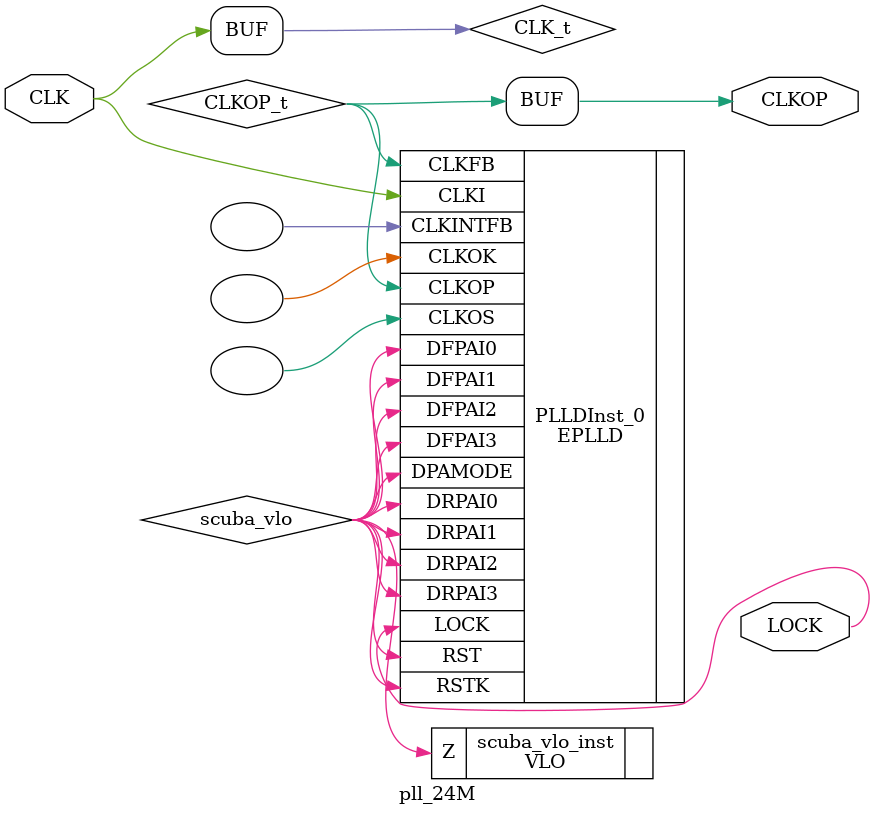
<source format=v>
/* Verilog netlist generated by SCUBA Diamond (64-bit) 3.12.0.240.2 */
/* Module Version: 5.7 */
/* C:\lscc\diamond\3.12\ispfpga\bin\nt64\scuba.exe -w -n pll_24M -lang verilog -synth synplify -arch ep5a00 -type pll -fin 100 -phase_cntl STATIC -fclkop 24 -fclkop_tol 0.0 -delay_cntl AUTO_NO_DELAY -fb_mode CLOCKTREE -extcap ENABLED -noclkos -noclkok -norst  */
/* Thu Feb 17 18:13:16 2022 */


`timescale 1 ns / 1 ps
module pll_24M (CLK, CLKOP, LOCK)/* synthesis NGD_DRC_MASK=1 */;
    input wire CLK;
    output wire CLKOP;
    output wire LOCK;

    wire CLKOP_t;
    wire scuba_vlo;
    wire CLK_t;

    VLO scuba_vlo_inst (.Z(scuba_vlo));

    // synopsys translate_off
    defparam PLLDInst_0.PLLCAP = "ENABLED" ;
    defparam PLLDInst_0.CLKOK_BYPASS = "DISABLED" ;
    defparam PLLDInst_0.CLKOK_DIV = 2 ;
    defparam PLLDInst_0.CLKOS_BYPASS = "DISABLED" ;
    defparam PLLDInst_0.CLKOP_BYPASS = "DISABLED" ;
    defparam PLLDInst_0.PHASE_CNTL = "STATIC" ;
    defparam PLLDInst_0.DUTY = 8 ;
    defparam PLLDInst_0.PHASEADJ = "0.0" ;
    defparam PLLDInst_0.CLKOP_DIV = 48 ;
    defparam PLLDInst_0.CLKFB_DIV = 6 ;
    defparam PLLDInst_0.CLKI_DIV = 25 ;
    // synopsys translate_on
    EPLLD PLLDInst_0 (.CLKI(CLK_t), .CLKFB(CLKOP_t), .RST(scuba_vlo), .RSTK(scuba_vlo), 
        .DPAMODE(scuba_vlo), .DRPAI3(scuba_vlo), .DRPAI2(scuba_vlo), .DRPAI1(scuba_vlo), 
        .DRPAI0(scuba_vlo), .DFPAI3(scuba_vlo), .DFPAI2(scuba_vlo), .DFPAI1(scuba_vlo), 
        .DFPAI0(scuba_vlo), .CLKOP(CLKOP_t), .CLKOS(), .CLKOK(), .LOCK(LOCK), 
        .CLKINTFB())
             /* synthesis PLLCAP="ENABLED" */
             /* synthesis PLLTYPE="AUTO" */
             /* synthesis CLKOK_BYPASS="DISABLED" */
             /* synthesis CLKOK_DIV="2" */
             /* synthesis CLKOS_BYPASS="DISABLED" */
             /* synthesis FREQUENCY_PIN_CLKOP="24.000000" */
             /* synthesis CLKOP_BYPASS="DISABLED" */
             /* synthesis PHASE_CNTL="STATIC" */
             /* synthesis FDEL="0" */
             /* synthesis DUTY="8" */
             /* synthesis PHASEADJ="0.0" */
             /* synthesis FREQUENCY_PIN_CLKI="100.000000" */
             /* synthesis CLKOP_DIV="48" */
             /* synthesis CLKFB_DIV="6" */
             /* synthesis CLKI_DIV="25" */
             /* synthesis FIN="100.000000" */;

    assign CLKOP = CLKOP_t;
    assign CLK_t = CLK;


    // exemplar begin
    // exemplar attribute PLLDInst_0 PLLCAP ENABLED
    // exemplar attribute PLLDInst_0 PLLTYPE AUTO
    // exemplar attribute PLLDInst_0 CLKOK_BYPASS DISABLED
    // exemplar attribute PLLDInst_0 CLKOK_DIV 2
    // exemplar attribute PLLDInst_0 CLKOS_BYPASS DISABLED
    // exemplar attribute PLLDInst_0 FREQUENCY_PIN_CLKOP 24.000000
    // exemplar attribute PLLDInst_0 CLKOP_BYPASS DISABLED
    // exemplar attribute PLLDInst_0 PHASE_CNTL STATIC
    // exemplar attribute PLLDInst_0 FDEL 0
    // exemplar attribute PLLDInst_0 DUTY 8
    // exemplar attribute PLLDInst_0 PHASEADJ 0.0
    // exemplar attribute PLLDInst_0 FREQUENCY_PIN_CLKI 100.000000
    // exemplar attribute PLLDInst_0 CLKOP_DIV 48
    // exemplar attribute PLLDInst_0 CLKFB_DIV 6
    // exemplar attribute PLLDInst_0 CLKI_DIV 25
    // exemplar attribute PLLDInst_0 FIN 100.000000
    // exemplar end

endmodule

</source>
